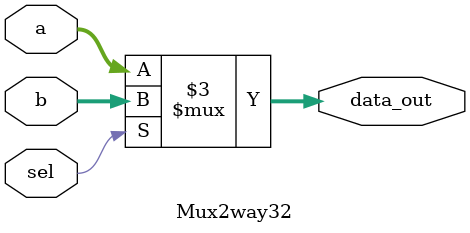
<source format=v>
/**
  * Mux 2x1 routes 32 bits
  *
  * Output Ports: 
  * 	-data_out: 1 bits 
  *
  * Input ports: 
  * 	-a: 32 bit to be routed according to sel
  *		-b: 32 bit to be routed according to sel
  *		-sel: 1 bit signal to chose between a or b (0 selects a, 1 selects b)
  *
  */

module Mux2way32(data_out, a, b, sel);

	output reg [31:0] data_out; 
	input wire [31:0] a, b;
	input wire sel;
	wire not_sel, w1, w2, w3, w4; // w1 = a.b; w2 = b.sel; w3 = a.not_sel; w4 = w1 + w2

	always@(a or b or sel)
	begin
		if(sel)
			data_out = b;
		else
			data_out = a;
	end

endmodule
</source>
